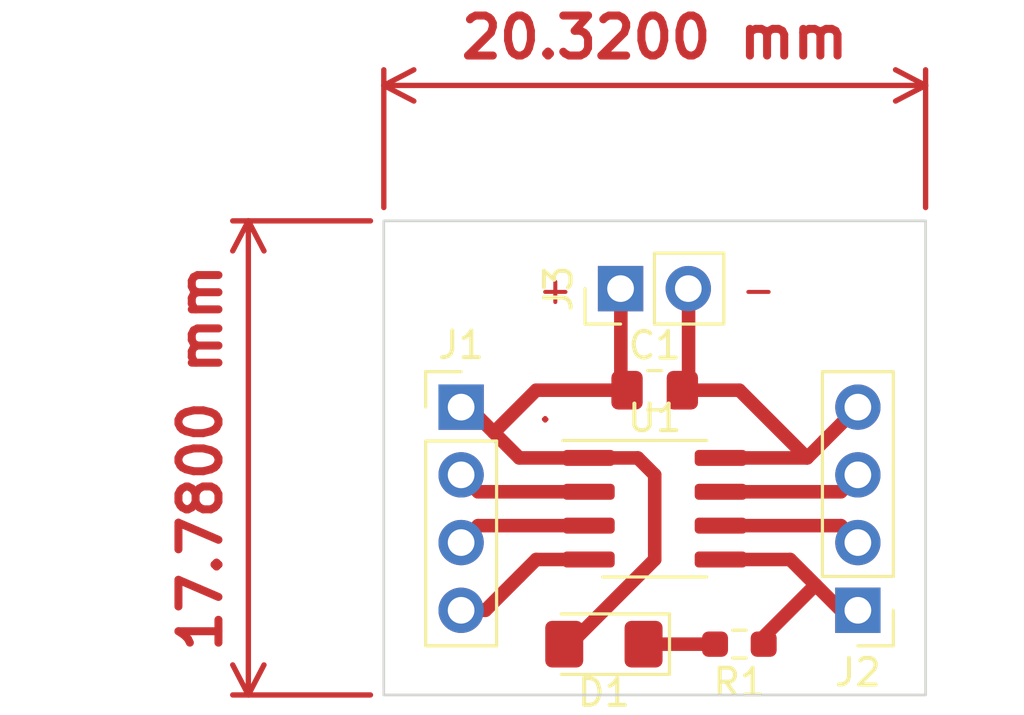
<source format=kicad_pcb>
(kicad_pcb (version 20221018) (generator pcbnew)
  (layers (0 "F.Cu" signal) (31 "B.Cu" signal) (34 "B.Paste" user) (35 "F.Paste" user) (36 "B.SilkS" user "B.Silkscreen") (37 "F.SilkS" user "F.Silkscreen") (38 "B.Mask" user) (39 "F.Mask" user) (44 "Edge.Cuts" user))
  (net 0 "")
  (net 1 "/pin8")
  (net 2 "/pin4")
  (net 3 "Net-(D1-K)")
  (net 4 "/pin1")
  (net 5 "/pin2")
  (net 6 "/pin3")
  (net 7 "/pin5")
  (net 8 "/pin6")
  (net 9 "/pin7")
  (footprint "Package_SO:SOIC-8_3.9x4.9mm_P1.27mm" (layer "F.Cu") (at 48.26 36.83)
    (fp_text reference "U1" (at 0 -3.4) (layer "F.SilkS"))
    (fp_text value "PIC12F683-ISN")
    (fp_line (start 0 -2.56) (end -3.45 -2.56) (stroke (width 0.12)) (layer "F.SilkS"))
    (fp_line (start 0 -2.56) (end 1.95 -2.56) (stroke (width 0.12)) (layer "F.SilkS"))
    (fp_line (start 0 2.56) (end -1.95 2.56) (stroke (width 0.12)) (layer "F.SilkS"))
    (fp_line (start 0 2.56) (end 1.95 2.56) (stroke (width 0.12)) (layer "F.SilkS"))
    (pad "1" smd roundrect (at -2.475 -1.905) (size 1.95 0.6) (layers "F.Cu" "F.Paste" "F.Mask") (net 4 "/pin1"))
    (pad "2" smd roundrect (at -2.475 -0.635) (size 1.95 0.6) (layers "F.Cu" "F.Paste" "F.Mask") (net 5 "/pin2"))
    (pad "3" smd roundrect (at -2.475 0.635) (size 1.95 0.6) (layers "F.Cu" "F.Paste" "F.Mask") (net 6 "/pin3"))
    (pad "4" smd roundrect (at -2.475 1.905) (size 1.95 0.6) (layers "F.Cu" "F.Paste" "F.Mask") (net 2 "/pin4"))
    (pad "5" smd roundrect (at 2.475 1.905) (size 1.95 0.6) (layers "F.Cu" "F.Paste" "F.Mask") (net 7 "/pin5"))
    (pad "6" smd roundrect (at 2.475 0.635) (size 1.95 0.6) (layers "F.Cu" "F.Paste" "F.Mask") (net 8 "/pin6"))
    (pad "7" smd roundrect (at 2.475 -0.635) (size 1.95 0.6) (layers "F.Cu" "F.Paste" "F.Mask") (net 9 "/pin7"))
    (pad "8" smd roundrect (at 2.475 -1.905) (size 1.95 0.6) (layers "F.Cu" "F.Paste" "F.Mask") (net 1 "/pin8"))
  )
  (footprint "Connector_PinHeader_2.54mm:PinHeader_1x02_P2.54mm_Vertical" (layer "F.Cu") (at 46.98 28.575 90)
    (fp_text reference "J3" (at 0 -2.33 90) (layer "F.SilkS"))
    (fp_text value "Conn_01x02_Pin")
    (fp_line (start -1.33 -1.33) (end 0 -1.33) (stroke (width 0.12)) (layer "F.SilkS"))
    (fp_line (start -1.33 0) (end -1.33 -1.33) (stroke (width 0.12)) (layer "F.SilkS"))
    (fp_line (start -1.33 1.27) (end -1.33 3.87) (stroke (width 0.12)) (layer "F.SilkS"))
    (fp_line (start -1.33 1.27) (end 1.33 1.27) (stroke (width 0.12)) (layer "F.SilkS"))
    (fp_line (start -1.33 3.87) (end 1.33 3.87) (stroke (width 0.12)) (layer "F.SilkS"))
    (fp_line (start 1.33 1.27) (end 1.33 3.87) (stroke (width 0.12)) (layer "F.SilkS"))
    (pad "1" thru_hole rect (at 0 0 90) (size 1.7 1.7) (drill 1) (layers "*.Cu" "*.Mask") (net 4 "/pin1"))
    (pad "2" thru_hole oval (at 0 2.54 90) (size 1.7 1.7) (drill 1) (layers "*.Cu" "*.Mask") (net 1 "/pin8"))
  )
  (footprint "Connector_PinHeader_2.54mm:PinHeader_1x04_P2.54mm_Vertical" (layer "F.Cu") (at 55.88 40.64 180)
    (fp_text reference "J2" (at 0 -2.33) (layer "F.SilkS"))
    (fp_text value "Conn_01x04_Pin")
    (fp_line (start -1.33 -1.33) (end 0 -1.33) (stroke (width 0.12)) (layer "F.SilkS"))
    (fp_line (start -1.33 0) (end -1.33 -1.33) (stroke (width 0.12)) (layer "F.SilkS"))
    (fp_line (start -1.33 1.27) (end -1.33 8.95) (stroke (width 0.12)) (layer "F.SilkS"))
    (fp_line (start -1.33 1.27) (end 1.33 1.27) (stroke (width 0.12)) (layer "F.SilkS"))
    (fp_line (start -1.33 8.95) (end 1.33 8.95) (stroke (width 0.12)) (layer "F.SilkS"))
    (fp_line (start 1.33 1.27) (end 1.33 8.95) (stroke (width 0.12)) (layer "F.SilkS"))
    (pad "1" thru_hole rect (at 0 0 180) (size 1.7 1.7) (drill 1) (layers "*.Cu" "*.Mask") (net 7 "/pin5"))
    (pad "2" thru_hole oval (at 0 2.54 180) (size 1.7 1.7) (drill 1) (layers "*.Cu" "*.Mask") (net 8 "/pin6"))
    (pad "3" thru_hole oval (at 0 5.08 180) (size 1.7 1.7) (drill 1) (layers "*.Cu" "*.Mask") (net 9 "/pin7"))
    (pad "4" thru_hole oval (at 0 7.62 180) (size 1.7 1.7) (drill 1) (layers "*.Cu" "*.Mask") (net 1 "/pin8"))
  )
  (footprint "Resistor_SMD:R_0603_1608Metric_Pad0.98x0.95mm_HandSolder" (layer "F.Cu") (at 51.435 41.91 180)
    (fp_text reference "R1" (at 0 -1.43) (layer "F.SilkS"))
    (fp_text value "330")
    (fp_line (start -0.254724 -0.5225) (end 0.254724 -0.5225) (stroke (width 0.12)) (layer "F.SilkS"))
    (fp_line (start -0.254724 0.5225) (end 0.254724 0.5225) (stroke (width 0.12)) (layer "F.SilkS"))
    (pad "1" smd roundrect (at -0.9125 0 180) (size 0.975 0.95) (layers "F.Cu" "F.Paste" "F.Mask") (net 7 "/pin5"))
    (pad "2" smd roundrect (at 0.9125 0 180) (size 0.975 0.95) (layers "F.Cu" "F.Paste" "F.Mask") (net 3 "Net-(D1-K)"))
  )
  (footprint "Capacitor_SMD:C_0805_2012Metric_Pad1.18x1.45mm_HandSolder" (layer "F.Cu") (at 48.26 32.385)
    (fp_text reference "C1" (at 0 -1.68) (layer "F.SilkS"))
    (fp_text value "100n")
    (fp_line (start -0.261252 -0.735) (end 0.261252 -0.735) (stroke (width 0.12)) (layer "F.SilkS"))
    (fp_line (start -0.261252 0.735) (end 0.261252 0.735) (stroke (width 0.12)) (layer "F.SilkS"))
    (pad "1" smd roundrect (at -1.0375 0) (size 1.175 1.45) (layers "F.Cu" "F.Paste" "F.Mask") (roundrect_rratio 0.212766) (net 4 "/pin1"))
    (pad "2" smd roundrect (at 1.0375 0) (size 1.175 1.45) (layers "F.Cu" "F.Paste" "F.Mask") (roundrect_rratio 0.212766) (net 1 "/pin8"))
  )
  (footprint "Connector_PinHeader_2.54mm:PinHeader_1x04_P2.54mm_Vertical" (layer "F.Cu") (at 41 33.02)
    (fp_text reference "J1" (at 0 -2.33) (layer "F.SilkS"))
    (fp_text value "Conn_01x04_Pin")
    (fp_line (start -1.33 -1.33) (end 0 -1.33) (stroke (width 0.12)) (layer "F.SilkS"))
    (fp_line (start -1.33 0) (end -1.33 -1.33) (stroke (width 0.12)) (layer "F.SilkS"))
    (fp_line (start -1.33 1.27) (end -1.33 8.95) (stroke (width 0.12)) (layer "F.SilkS"))
    (fp_line (start -1.33 1.27) (end 1.33 1.27) (stroke (width 0.12)) (layer "F.SilkS"))
    (fp_line (start -1.33 8.95) (end 1.33 8.95) (stroke (width 0.12)) (layer "F.SilkS"))
    (fp_line (start 1.33 1.27) (end 1.33 8.95) (stroke (width 0.12)) (layer "F.SilkS"))
    (pad "1" thru_hole rect (at 0 0) (size 1.7 1.7) (drill 1) (layers "*.Cu" "*.Mask") (net 4 "/pin1"))
    (pad "2" thru_hole oval (at 0 2.54) (size 1.7 1.7) (drill 1) (layers "*.Cu" "*.Mask") (net 5 "/pin2"))
    (pad "3" thru_hole oval (at 0 5.08) (size 1.7 1.7) (drill 1) (layers "*.Cu" "*.Mask") (net 6 "/pin3"))
    (pad "4" thru_hole oval (at 0 7.62) (size 1.7 1.7) (drill 1) (layers "*.Cu" "*.Mask") (net 2 "/pin4"))
  )
  (footprint "LED_SMD:LED_1206_3216Metric_Pad1.42x1.75mm_HandSolder" (layer "F.Cu") (at 46.355 41.91 180)
    (fp_text reference "D1" (at 0 -1.82) (layer "F.SilkS"))
    (fp_text value "LED")
    (fp_line (start -2.46 -1.135) (end -2.46 1.135) (stroke (width 0.12)) (layer "F.SilkS"))
    (fp_line (start -2.46 1.135) (end 1.6 1.135) (stroke (width 0.12)) (layer "F.SilkS"))
    (fp_line (start 1.6 -1.135) (end -2.46 -1.135) (stroke (width 0.12)) (layer "F.SilkS"))
    (pad "1" smd roundrect (at -1.4875 0 180) (size 1.425 1.75) (layers "F.Cu" "F.Paste" "F.Mask") (roundrect_rratio 0.175439) (net 3 "Net-(D1-K)"))
    (pad "2" smd roundrect (at 1.4875 0 180) (size 1.425 1.75) (layers "F.Cu" "F.Paste" "F.Mask") (roundrect_rratio 0.175439) (net 4 "/pin1"))
  )
  (gr_rect (start 38.1 26.035) (end 58.42 43.815) (stroke (width 0.1)) (fill none) (layer "Edge.Cuts"))
  (gr_text "+" (at 43.815 29.21) (layer "F.Cu") (effects (font (size 1 1)) (justify left bottom)))
  (gr_text "." (at 43.815 33.655) (layer "F.Cu") (effects (font (size 1 1)) (justify left bottom)))
  (gr_text "-" (at 51.435 29.21) (layer "F.Cu") (effects (font (size 1 1)) (justify left bottom)))
  (dimension (type aligned) (layer "F.Cu") (pts (xy 38.1 26.035) (xy 38.1 43.815)) (height 5.08) (gr_text "17,7800 mm" (at 31.22 34.925 90) (layer "F.Cu") (effects (font (size 1.5 1.5) (thickness 0.3)))) (format (prefix "") (suffix "") (units 3) (units_format 1) (precision 4)) (style (thickness 0.2) (arrow_length 1.27) (text_position_mode 0) (extension_height 0.58642) (extension_offset 0.5) keep_text_aligned))
  (dimension (type aligned) (layer "F.Cu") (pts (xy 38.1 26.035) (xy 58.42 26.035)) (height -5.08) (gr_text "20,3200 mm" (at 48.26 19.155) (layer "F.Cu") (effects (font (size 1.5 1.5) (thickness 0.3)))) (format (prefix "") (suffix "") (units 3) (units_format 1) (precision 4)) (style (thickness 0.2) (arrow_length 1.27) (text_position_mode 0) (extension_height 0.58642) (extension_offset 0.5) keep_text_aligned))
  (segment (start 49.2975 32.385) (end 51.435 32.385) (width 0.508) (layer "F.Cu") (net 1))
  (segment (start 49.53 32.1525) (end 49.2975 32.385) (width 0.508) (layer "F.Cu") (net 1))
  (segment (start 54.61 34.29) (end 55.88 33.02) (width 0.508) (layer "F.Cu") (net 1))
  (segment (start 53.975 34.925) (end 54.61 34.29) (width 0.508) (layer "F.Cu") (net 1))
  (segment (start 51.435 32.385) (end 53.975 34.925) (width 0.508) (layer "F.Cu") (net 1))
  (segment (start 49.53 28.575) (end 49.53 32.1525) (width 0.508) (layer "F.Cu") (net 1))
  (segment (start 50.8 34.925) (end 53.975 34.925) (width 0.508) (layer "F.Cu") (net 1))
  (segment (start 43.18 39.37) (end 41.91 40.64) (width 0.508) (layer "F.Cu") (net 2))
  (segment (start 45.85 38.735) (end 43.815 38.735) (width 0.508) (layer "F.Cu") (net 2))
  (segment (start 41.91 40.64) (end 41 40.64) (width 0.508) (layer "F.Cu") (net 2))
  (segment (start 43.815 38.735) (end 43.18 39.37) (width 0.508) (layer "F.Cu") (net 2))
  (segment (start 47.8425 41.91) (end 50.5225 41.91) (width 0.508) (layer "F.Cu") (net 3))
  (segment (start 48.26 35.56) (end 47.625 34.925) (width 0.508) (layer "F.Cu") (net 4))
  (segment (start 45.85 34.925) (end 43.18 34.925) (width 0.508) (layer "F.Cu") (net 4))
  (segment (start 42.2275 33.9725) (end 41.275 33.02) (width 0.508) (layer "F.Cu") (net 4))
  (segment (start 48.26 38.735) (end 48.26 35.56) (width 0.508) (layer "F.Cu") (net 4))
  (segment (start 46.99 28.575) (end 46.99 32.1525) (width 0.508) (layer "F.Cu") (net 4))
  (segment (start 47.2225 32.385) (end 43.815 32.385) (width 0.508) (layer "F.Cu") (net 4))
  (segment (start 43.18 34.925) (end 42.2275 33.9725) (width 0.508) (layer "F.Cu") (net 4))
  (segment (start 41.275 33.02) (end 41 33.02) (width 0.508) (layer "F.Cu") (net 4))
  (segment (start 45.085 41.91) (end 48.26 38.735) (width 0.508) (layer "F.Cu") (net 4))
  (segment (start 43.815 32.385) (end 42.2275 33.9725) (width 0.508) (layer "F.Cu") (net 4))
  (segment (start 47.625 34.925) (end 45.785 34.925) (width 0.508) (layer "F.Cu") (net 4))
  (segment (start 44.8675 41.91) (end 45.085 41.91) (width 0.508) (layer "F.Cu") (net 4))
  (segment (start 46.99 32.1525) (end 47.2225 32.385) (width 0.508) (layer "F.Cu") (net 4))
  (segment (start 45.85 36.195) (end 41.635 36.195) (width 0.508) (layer "F.Cu") (net 5))
  (segment (start 41.635 36.195) (end 41 35.56) (width 0.508) (layer "F.Cu") (net 5))
  (segment (start 41.635 37.465) (end 41 38.1) (width 0.508) (layer "F.Cu") (net 6))
  (segment (start 45.85 37.465) (end 41.635 37.465) (width 0.508) (layer "F.Cu") (net 6))
  (segment (start 54.2925 39.6875) (end 55.245 40.64) (width 0.508) (layer "F.Cu") (net 7))
  (segment (start 53.975 39.37) (end 54.2925 39.6875) (width 0.508) (layer "F.Cu") (net 7))
  (segment (start 55.245 40.64) (end 55.88 40.64) (width 0.508) (layer "F.Cu") (net 7))
  (segment (start 52.3475 41.6325) (end 54.2925 39.6875) (width 0.508) (layer "F.Cu") (net 7))
  (segment (start 53.34 38.735) (end 53.975 39.37) (width 0.508) (layer "F.Cu") (net 7))
  (segment (start 52.3475 41.91) (end 52.3475 41.6325) (width 0.508) (layer "F.Cu") (net 7))
  (segment (start 50.8 38.735) (end 53.34 38.735) (width 0.508) (layer "F.Cu") (net 7))
  (segment (start 55.245 37.465) (end 55.88 38.1) (width 0.508) (layer "F.Cu") (net 8))
  (segment (start 50.8 37.465) (end 55.245 37.465) (width 0.508) (layer "F.Cu") (net 8))
  (segment (start 50.8 36.195) (end 55.245 36.195) (width 0.508) (layer "F.Cu") (net 9))
  (segment (start 55.245 36.195) (end 55.88 35.56) (width 0.508) (layer "F.Cu") (net 9))
)
</source>
